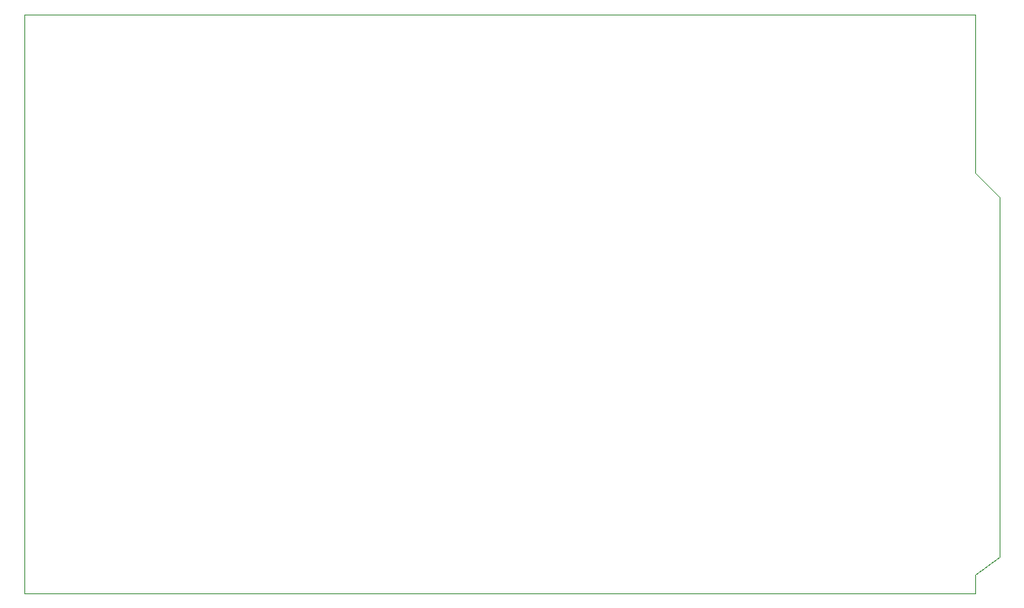
<source format=gm1>
G04 #@! TF.GenerationSoftware,KiCad,Pcbnew,(5.1.4)-1*
G04 #@! TF.CreationDate,2020-12-14T11:09:44+07:00*
G04 #@! TF.ProjectId,back_controller,6261636b-5f63-46f6-9e74-726f6c6c6572,rev?*
G04 #@! TF.SameCoordinates,Original*
G04 #@! TF.FileFunction,Profile,NP*
%FSLAX46Y46*%
G04 Gerber Fmt 4.6, Leading zero omitted, Abs format (unit mm)*
G04 Created by KiCad (PCBNEW (5.1.4)-1) date 2020-12-14 11:09:44*
%MOMM*%
%LPD*%
G04 APERTURE LIST*
%ADD10C,0.050000*%
G04 APERTURE END LIST*
D10*
X142875000Y-49530000D02*
X142875000Y-52070000D01*
X43815000Y-49530000D02*
X142875000Y-49530000D01*
X43815000Y-109855000D02*
X43815000Y-49530000D01*
X142875000Y-109855000D02*
X43815000Y-109855000D01*
X142875000Y-107950000D02*
X142875000Y-109855000D01*
X145415000Y-106045000D02*
X142875000Y-107950000D01*
X145415000Y-68580000D02*
X145415000Y-106045000D01*
X142875000Y-66040000D02*
X145415000Y-68580000D01*
X142875000Y-52070000D02*
X142875000Y-66040000D01*
M02*

</source>
